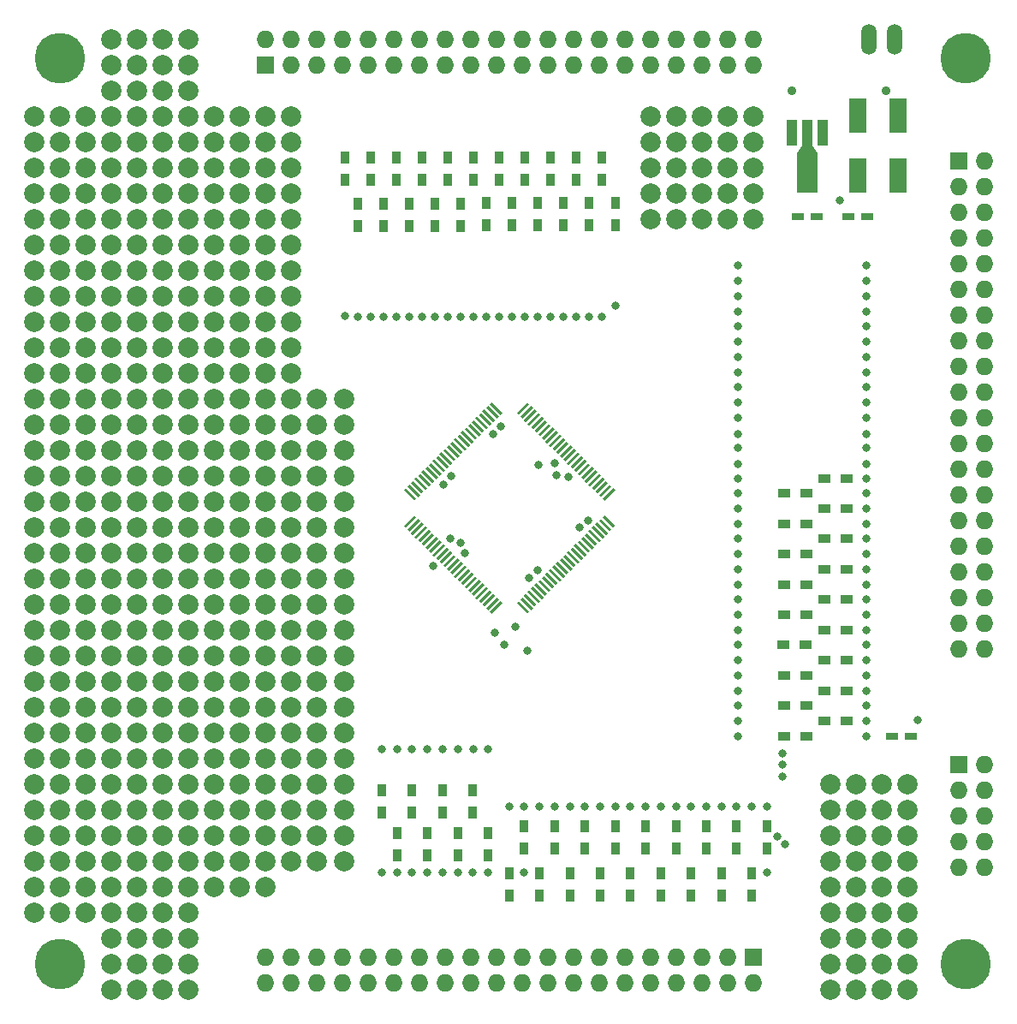
<source format=gts>
G04 #@! TF.FileFunction,Soldermask,Top*
%FSLAX46Y46*%
G04 Gerber Fmt 4.6, Leading zero omitted, Abs format (unit mm)*
G04 Created by KiCad (PCBNEW 4.0.2-stable) date 29-4-2016 14:39:48*
%MOMM*%
G01*
G04 APERTURE LIST*
%ADD10C,0.150000*%
%ADD11C,2.000000*%
%ADD12C,5.000000*%
%ADD13R,1.727200X1.727200*%
%ADD14O,1.727200X1.727200*%
%ADD15O,1.506220X3.014980*%
%ADD16R,1.000760X2.501900*%
%ADD17R,1.998980X4.000500*%
%ADD18R,1.800860X3.500120*%
%ADD19R,1.200000X0.750000*%
%ADD20R,0.900000X1.200000*%
%ADD21R,1.200000X0.900000*%
%ADD22C,0.800000*%
%ADD23C,0.889000*%
G04 APERTURE END LIST*
D10*
D11*
X74295000Y-145415000D03*
X74295000Y-147955000D03*
X74295000Y-150495000D03*
X74295000Y-155575000D03*
X74295000Y-153035000D03*
X74295000Y-158115000D03*
X74295000Y-160655000D03*
X74295000Y-163195000D03*
X74295000Y-165735000D03*
X74295000Y-168275000D03*
X74295000Y-170815000D03*
X76835000Y-173355000D03*
X79495000Y-173395000D03*
X79495000Y-175935000D03*
X79495000Y-178475000D03*
X79495000Y-181015000D03*
X79495000Y-183555000D03*
X79495000Y-186095000D03*
X79495000Y-188635000D03*
X79495000Y-191175000D03*
X79495000Y-193715000D03*
X79495000Y-196255000D03*
X79495000Y-198795000D03*
X79495000Y-201335000D03*
X79495000Y-203875000D03*
X79495000Y-206415000D03*
X79495000Y-208955000D03*
X79495000Y-211495000D03*
X79495000Y-214035000D03*
X79495000Y-216575000D03*
X79495000Y-219115000D03*
X120015000Y-145415000D03*
X120015000Y-147955000D03*
X120015000Y-150495000D03*
X120015000Y-153035000D03*
X109855000Y-155575000D03*
X109855000Y-153035000D03*
X109855000Y-150495000D03*
X109855000Y-147955000D03*
X109855000Y-145415000D03*
X48895000Y-145415000D03*
X48895000Y-147955000D03*
X48895000Y-150495000D03*
X48895000Y-153035000D03*
X48895000Y-155575000D03*
X48895000Y-158115000D03*
X48895000Y-160655000D03*
X48895000Y-163195000D03*
X48895000Y-165735000D03*
X48895000Y-168275000D03*
X48895000Y-170815000D03*
X48895000Y-173355000D03*
X48895000Y-175895000D03*
X48895000Y-178435000D03*
X48895000Y-180975000D03*
X48895000Y-183515000D03*
X48895000Y-186055000D03*
X48895000Y-188595000D03*
X48895000Y-191135000D03*
X48895000Y-193675000D03*
X48895000Y-196215000D03*
X48895000Y-198755000D03*
X48895000Y-201295000D03*
X48895000Y-203835000D03*
X48895000Y-206375000D03*
X48895000Y-208915000D03*
X48895000Y-211455000D03*
X48895000Y-213995000D03*
X48895000Y-216535000D03*
X48895000Y-219075000D03*
X48895000Y-221615000D03*
X48895000Y-224155000D03*
X135255000Y-211455000D03*
X132715000Y-211455000D03*
X130175000Y-211455000D03*
X135255000Y-231775000D03*
X132715000Y-231775000D03*
X130175000Y-231775000D03*
X132715000Y-224155000D03*
X132715000Y-226695000D03*
X132715000Y-229235000D03*
X130175000Y-229235000D03*
X130175000Y-226695000D03*
X130175000Y-224155000D03*
X130175000Y-221615000D03*
X132715000Y-221615000D03*
X135255000Y-221615000D03*
X135255000Y-224155000D03*
X135255000Y-226695000D03*
X135255000Y-229235000D03*
X127635000Y-231775000D03*
X127635000Y-229235000D03*
X127635000Y-226695000D03*
X127635000Y-224155000D03*
X127635000Y-221615000D03*
X127635000Y-219075000D03*
X130175000Y-219075000D03*
X132715000Y-219075000D03*
X135255000Y-219075000D03*
X135255000Y-216535000D03*
X132715000Y-216535000D03*
X130175000Y-216535000D03*
X127635000Y-216535000D03*
X127635000Y-213995000D03*
X130175000Y-213995000D03*
X132715000Y-213995000D03*
X135255000Y-213995000D03*
X127635000Y-211455000D03*
X114935000Y-150495000D03*
X114935000Y-147955000D03*
X117475000Y-147955000D03*
X117475000Y-150495000D03*
X117475000Y-153035000D03*
X114935000Y-153035000D03*
X112395000Y-153035000D03*
X112395000Y-150495000D03*
X112395000Y-147955000D03*
X112395000Y-155575000D03*
X114935000Y-155575000D03*
X117475000Y-155575000D03*
X120015000Y-155575000D03*
X117475000Y-145415000D03*
X114935000Y-145415000D03*
X112395000Y-145415000D03*
X74295000Y-183515000D03*
X74295000Y-180975000D03*
X74295000Y-178435000D03*
X76835000Y-178435000D03*
X76835000Y-180975000D03*
X76835000Y-183515000D03*
X76835000Y-186055000D03*
X74295000Y-186055000D03*
X74295000Y-188595000D03*
X76835000Y-188595000D03*
X76835000Y-191135000D03*
X74295000Y-191135000D03*
X74295000Y-206375000D03*
X74295000Y-203835000D03*
X74295000Y-201295000D03*
X74295000Y-198755000D03*
X74295000Y-196215000D03*
X74295000Y-193675000D03*
X76835000Y-193675000D03*
X76835000Y-196215000D03*
X76835000Y-198755000D03*
X76835000Y-201295000D03*
X76835000Y-203835000D03*
X76835000Y-206375000D03*
X76835000Y-208915000D03*
X74295000Y-208915000D03*
X74295000Y-211455000D03*
X76835000Y-211455000D03*
X74295000Y-213995000D03*
X76835000Y-213995000D03*
X76835000Y-216535000D03*
X74295000Y-216535000D03*
X74295000Y-219075000D03*
X76835000Y-219075000D03*
X76835000Y-175895000D03*
X74295000Y-175895000D03*
X74295000Y-173355000D03*
X59055000Y-142875000D03*
X59055000Y-140335000D03*
X61595000Y-140335000D03*
X61595000Y-142875000D03*
X64135000Y-142875000D03*
X64135000Y-140335000D03*
X64135000Y-137795000D03*
X61595000Y-137795000D03*
X59055000Y-137795000D03*
X56515000Y-137795000D03*
X56515000Y-140335000D03*
X56515000Y-142875000D03*
X64135000Y-231775000D03*
X64135000Y-229235000D03*
X64135000Y-226695000D03*
X64135000Y-224155000D03*
D12*
X51435000Y-229235000D03*
D13*
X120015000Y-228600000D03*
D14*
X120015000Y-231140000D03*
X117475000Y-228600000D03*
X117475000Y-231140000D03*
X114935000Y-228600000D03*
X114935000Y-231140000D03*
X112395000Y-228600000D03*
X112395000Y-231140000D03*
X109855000Y-228600000D03*
X109855000Y-231140000D03*
X107315000Y-228600000D03*
X107315000Y-231140000D03*
X104775000Y-228600000D03*
X104775000Y-231140000D03*
X102235000Y-228600000D03*
X102235000Y-231140000D03*
X99695000Y-228600000D03*
X99695000Y-231140000D03*
X97155000Y-228600000D03*
X97155000Y-231140000D03*
X94615000Y-228600000D03*
X94615000Y-231140000D03*
X92075000Y-228600000D03*
X92075000Y-231140000D03*
X89535000Y-228600000D03*
X89535000Y-231140000D03*
X86995000Y-228600000D03*
X86995000Y-231140000D03*
X84455000Y-228600000D03*
X84455000Y-231140000D03*
X81915000Y-228600000D03*
X81915000Y-231140000D03*
X79375000Y-228600000D03*
X79375000Y-231140000D03*
X76835000Y-228600000D03*
X76835000Y-231140000D03*
X74295000Y-228600000D03*
X74295000Y-231140000D03*
X71755000Y-228600000D03*
X71755000Y-231140000D03*
D11*
X61595000Y-231775000D03*
X59055000Y-231775000D03*
X56515000Y-231775000D03*
X61595000Y-229235000D03*
X59055000Y-229235000D03*
X56515000Y-229235000D03*
X61595000Y-226695000D03*
X59055000Y-226695000D03*
X56515000Y-226695000D03*
X61595000Y-224155000D03*
X59055000Y-224155000D03*
X56515000Y-224155000D03*
X53975000Y-224155000D03*
X51435000Y-224155000D03*
X71755000Y-221615000D03*
X69215000Y-221615000D03*
X66675000Y-221615000D03*
X64135000Y-221615000D03*
X61595000Y-221615000D03*
X59055000Y-221615000D03*
X56515000Y-221615000D03*
X53975000Y-221615000D03*
X51435000Y-221615000D03*
X71755000Y-219075000D03*
X69215000Y-219075000D03*
X66675000Y-219075000D03*
X64135000Y-219075000D03*
X61595000Y-219075000D03*
X59055000Y-219075000D03*
X56515000Y-219075000D03*
X53975000Y-219075000D03*
X51435000Y-219075000D03*
X71755000Y-216535000D03*
X69215000Y-216535000D03*
X66675000Y-216535000D03*
X64135000Y-216535000D03*
X61595000Y-216535000D03*
X59055000Y-216535000D03*
X56515000Y-216535000D03*
X53975000Y-216535000D03*
X51435000Y-216535000D03*
X71755000Y-213995000D03*
X69215000Y-213995000D03*
X66675000Y-213995000D03*
X64135000Y-213995000D03*
X61595000Y-213995000D03*
X59055000Y-213995000D03*
X56515000Y-213995000D03*
X53975000Y-213995000D03*
X51435000Y-213995000D03*
X71755000Y-211455000D03*
X69215000Y-211455000D03*
X66675000Y-211455000D03*
X64135000Y-211455000D03*
X61595000Y-211455000D03*
X59055000Y-211455000D03*
X56515000Y-211455000D03*
X53975000Y-211455000D03*
X51435000Y-211455000D03*
X71755000Y-208915000D03*
X69215000Y-208915000D03*
X66675000Y-208915000D03*
X64135000Y-208915000D03*
X61595000Y-208915000D03*
X59055000Y-208915000D03*
X56515000Y-208915000D03*
X53975000Y-208915000D03*
X51435000Y-208915000D03*
X71755000Y-206375000D03*
X69215000Y-206375000D03*
X66675000Y-206375000D03*
X64135000Y-206375000D03*
X61595000Y-206375000D03*
X59055000Y-206375000D03*
X56515000Y-206375000D03*
X53975000Y-206375000D03*
X51435000Y-206375000D03*
X71755000Y-203835000D03*
X69215000Y-203835000D03*
X66675000Y-203835000D03*
X64135000Y-203835000D03*
X61595000Y-203835000D03*
X59055000Y-203835000D03*
X56515000Y-203835000D03*
X53975000Y-203835000D03*
X51435000Y-203835000D03*
X71755000Y-201295000D03*
X69215000Y-201295000D03*
X66675000Y-201295000D03*
X64135000Y-201295000D03*
X61595000Y-201295000D03*
X59055000Y-201295000D03*
X56515000Y-201295000D03*
X53975000Y-201295000D03*
X51435000Y-201295000D03*
X71755000Y-198755000D03*
X69215000Y-198755000D03*
X66675000Y-198755000D03*
X64135000Y-198755000D03*
X61595000Y-198755000D03*
X59055000Y-198755000D03*
X56515000Y-198755000D03*
X53975000Y-198755000D03*
X51435000Y-198755000D03*
X71755000Y-196215000D03*
X69215000Y-196215000D03*
X66675000Y-196215000D03*
X64135000Y-196215000D03*
X61595000Y-196215000D03*
X59055000Y-196215000D03*
X56515000Y-196215000D03*
X53975000Y-196215000D03*
X51435000Y-196215000D03*
X71755000Y-193675000D03*
X69215000Y-193675000D03*
X66675000Y-193675000D03*
X64135000Y-193675000D03*
X61595000Y-193675000D03*
X59055000Y-193675000D03*
X56515000Y-193675000D03*
X53975000Y-193675000D03*
X51435000Y-193675000D03*
X71755000Y-191135000D03*
X69215000Y-191135000D03*
X66675000Y-191135000D03*
X64135000Y-191135000D03*
X61595000Y-191135000D03*
X59055000Y-191135000D03*
X56515000Y-191135000D03*
X53975000Y-191135000D03*
X51435000Y-191135000D03*
X71755000Y-188595000D03*
X69215000Y-188595000D03*
X66675000Y-188595000D03*
X64135000Y-188595000D03*
X61595000Y-188595000D03*
X59055000Y-188595000D03*
X56515000Y-188595000D03*
X53975000Y-188595000D03*
X51435000Y-188595000D03*
X71755000Y-186055000D03*
X69215000Y-186055000D03*
X66675000Y-186055000D03*
X64135000Y-186055000D03*
X61595000Y-186055000D03*
X59055000Y-186055000D03*
X56515000Y-186055000D03*
X53975000Y-186055000D03*
X51435000Y-186055000D03*
X71755000Y-183515000D03*
X69215000Y-183515000D03*
X66675000Y-183515000D03*
X64135000Y-183515000D03*
X61595000Y-183515000D03*
X59055000Y-183515000D03*
X56515000Y-183515000D03*
X53975000Y-183515000D03*
X51435000Y-183515000D03*
X71755000Y-180975000D03*
X69215000Y-180975000D03*
X66675000Y-180975000D03*
X64135000Y-180975000D03*
X61595000Y-180975000D03*
X59055000Y-180975000D03*
X56515000Y-180975000D03*
X53975000Y-180975000D03*
X51435000Y-180975000D03*
X71755000Y-178435000D03*
X69215000Y-178435000D03*
X66675000Y-178435000D03*
X64135000Y-178435000D03*
X61595000Y-178435000D03*
X59055000Y-178435000D03*
X56515000Y-178435000D03*
X53975000Y-178435000D03*
X51435000Y-178435000D03*
X71755000Y-175895000D03*
X69215000Y-175895000D03*
X66675000Y-175895000D03*
X64135000Y-175895000D03*
X61595000Y-175895000D03*
X59055000Y-175895000D03*
X56515000Y-175895000D03*
X53975000Y-175895000D03*
X51435000Y-175895000D03*
X71755000Y-173355000D03*
X69215000Y-173355000D03*
X66675000Y-173355000D03*
X64135000Y-173355000D03*
X61595000Y-173355000D03*
X59055000Y-173355000D03*
X56515000Y-173355000D03*
X53975000Y-173355000D03*
X51435000Y-173355000D03*
X71755000Y-170815000D03*
X69215000Y-170815000D03*
X66675000Y-170815000D03*
X64135000Y-170815000D03*
X61595000Y-170815000D03*
X59055000Y-170815000D03*
X56515000Y-170815000D03*
X53975000Y-170815000D03*
X51435000Y-170815000D03*
X71755000Y-168275000D03*
X69215000Y-168275000D03*
X66675000Y-168275000D03*
X64135000Y-168275000D03*
X61595000Y-168275000D03*
X59055000Y-168275000D03*
X56515000Y-168275000D03*
X53975000Y-168275000D03*
X51435000Y-168275000D03*
X71755000Y-165735000D03*
X69215000Y-165735000D03*
X66675000Y-165735000D03*
X64135000Y-165735000D03*
X61595000Y-165735000D03*
X59055000Y-165735000D03*
X56515000Y-165735000D03*
X53975000Y-165735000D03*
X51435000Y-165735000D03*
X71755000Y-163195000D03*
X69215000Y-163195000D03*
X66675000Y-163195000D03*
X64135000Y-163195000D03*
X61595000Y-163195000D03*
X59055000Y-163195000D03*
X56515000Y-163195000D03*
X53975000Y-163195000D03*
X51435000Y-163195000D03*
X71755000Y-160655000D03*
X69215000Y-160655000D03*
X66675000Y-160655000D03*
X64135000Y-160655000D03*
X61595000Y-160655000D03*
X59055000Y-160655000D03*
X56515000Y-160655000D03*
X53975000Y-160655000D03*
X51435000Y-160655000D03*
X71755000Y-158115000D03*
X69215000Y-158115000D03*
X66675000Y-158115000D03*
X64135000Y-158115000D03*
X61595000Y-158115000D03*
X59055000Y-158115000D03*
X56515000Y-158115000D03*
X53975000Y-158115000D03*
X51435000Y-158115000D03*
X71755000Y-155575000D03*
X69215000Y-155575000D03*
X66675000Y-155575000D03*
X64135000Y-155575000D03*
X61595000Y-155575000D03*
X59055000Y-155575000D03*
X56515000Y-155575000D03*
X53975000Y-155575000D03*
X51435000Y-155575000D03*
X71755000Y-153035000D03*
X69215000Y-153035000D03*
X66675000Y-153035000D03*
X64135000Y-153035000D03*
X61595000Y-153035000D03*
X59055000Y-153035000D03*
X56515000Y-153035000D03*
X53975000Y-153035000D03*
X51435000Y-153035000D03*
X71755000Y-150495000D03*
X69215000Y-150495000D03*
X66675000Y-150495000D03*
X64135000Y-150495000D03*
X61595000Y-150495000D03*
X59055000Y-150495000D03*
X56515000Y-150495000D03*
X53975000Y-150495000D03*
X51435000Y-150495000D03*
X71755000Y-147955000D03*
X69215000Y-147955000D03*
X66675000Y-147955000D03*
X64135000Y-147955000D03*
X61595000Y-147955000D03*
X59055000Y-147955000D03*
X56515000Y-147955000D03*
X53975000Y-147955000D03*
X51435000Y-147955000D03*
X71755000Y-145415000D03*
X69215000Y-145415000D03*
X66675000Y-145415000D03*
X64135000Y-145415000D03*
X61595000Y-145415000D03*
X59055000Y-145415000D03*
X56515000Y-145415000D03*
X53975000Y-145415000D03*
X51435000Y-145415000D03*
D12*
X140970000Y-139700000D03*
X51435000Y-139700000D03*
X140970000Y-229235000D03*
D15*
X131445000Y-137795000D03*
X133985000Y-137795000D03*
D13*
X140335000Y-209550000D03*
D14*
X142875000Y-209550000D03*
X140335000Y-212090000D03*
X142875000Y-212090000D03*
X140335000Y-214630000D03*
X142875000Y-214630000D03*
X140335000Y-217170000D03*
X142875000Y-217170000D03*
X140335000Y-219710000D03*
X142875000Y-219710000D03*
D10*
G36*
X85624881Y-186122828D02*
X85426891Y-185924838D01*
X86487551Y-184864178D01*
X86685541Y-185062168D01*
X85624881Y-186122828D01*
X85624881Y-186122828D01*
G37*
G36*
X85978434Y-186476381D02*
X85780444Y-186278391D01*
X86841104Y-185217731D01*
X87039094Y-185415721D01*
X85978434Y-186476381D01*
X85978434Y-186476381D01*
G37*
G36*
X86331988Y-186829935D02*
X86133998Y-186631945D01*
X87194658Y-185571285D01*
X87392648Y-185769275D01*
X86331988Y-186829935D01*
X86331988Y-186829935D01*
G37*
G36*
X86685541Y-187183488D02*
X86487551Y-186985498D01*
X87548211Y-185924838D01*
X87746201Y-186122828D01*
X86685541Y-187183488D01*
X86685541Y-187183488D01*
G37*
G36*
X87039094Y-187537041D02*
X86841104Y-187339051D01*
X87901764Y-186278391D01*
X88099754Y-186476381D01*
X87039094Y-187537041D01*
X87039094Y-187537041D01*
G37*
G36*
X87392648Y-187890595D02*
X87194658Y-187692605D01*
X88255318Y-186631945D01*
X88453308Y-186829935D01*
X87392648Y-187890595D01*
X87392648Y-187890595D01*
G37*
G36*
X87746201Y-188244148D02*
X87548211Y-188046158D01*
X88608871Y-186985498D01*
X88806861Y-187183488D01*
X87746201Y-188244148D01*
X87746201Y-188244148D01*
G37*
G36*
X88099754Y-188597702D02*
X87901764Y-188399712D01*
X88962424Y-187339052D01*
X89160414Y-187537042D01*
X88099754Y-188597702D01*
X88099754Y-188597702D01*
G37*
G36*
X88453308Y-188951255D02*
X88255318Y-188753265D01*
X89315978Y-187692605D01*
X89513968Y-187890595D01*
X88453308Y-188951255D01*
X88453308Y-188951255D01*
G37*
G36*
X88806861Y-189304808D02*
X88608871Y-189106818D01*
X89669531Y-188046158D01*
X89867521Y-188244148D01*
X88806861Y-189304808D01*
X88806861Y-189304808D01*
G37*
G36*
X89160415Y-189658362D02*
X88962425Y-189460372D01*
X90023085Y-188399712D01*
X90221075Y-188597702D01*
X89160415Y-189658362D01*
X89160415Y-189658362D01*
G37*
G36*
X89513968Y-190011915D02*
X89315978Y-189813925D01*
X90376638Y-188753265D01*
X90574628Y-188951255D01*
X89513968Y-190011915D01*
X89513968Y-190011915D01*
G37*
G36*
X89867521Y-190365469D02*
X89669531Y-190167479D01*
X90730191Y-189106819D01*
X90928181Y-189304809D01*
X89867521Y-190365469D01*
X89867521Y-190365469D01*
G37*
G36*
X90221075Y-190719022D02*
X90023085Y-190521032D01*
X91083745Y-189460372D01*
X91281735Y-189658362D01*
X90221075Y-190719022D01*
X90221075Y-190719022D01*
G37*
G36*
X90574628Y-191072575D02*
X90376638Y-190874585D01*
X91437298Y-189813925D01*
X91635288Y-190011915D01*
X90574628Y-191072575D01*
X90574628Y-191072575D01*
G37*
G36*
X90928182Y-191426129D02*
X90730192Y-191228139D01*
X91790852Y-190167479D01*
X91988842Y-190365469D01*
X90928182Y-191426129D01*
X90928182Y-191426129D01*
G37*
G36*
X91281735Y-191779682D02*
X91083745Y-191581692D01*
X92144405Y-190521032D01*
X92342395Y-190719022D01*
X91281735Y-191779682D01*
X91281735Y-191779682D01*
G37*
G36*
X91635288Y-192133236D02*
X91437298Y-191935246D01*
X92497958Y-190874586D01*
X92695948Y-191072576D01*
X91635288Y-192133236D01*
X91635288Y-192133236D01*
G37*
G36*
X91988842Y-192486789D02*
X91790852Y-192288799D01*
X92851512Y-191228139D01*
X93049502Y-191426129D01*
X91988842Y-192486789D01*
X91988842Y-192486789D01*
G37*
G36*
X92342395Y-192840342D02*
X92144405Y-192642352D01*
X93205065Y-191581692D01*
X93403055Y-191779682D01*
X92342395Y-192840342D01*
X92342395Y-192840342D01*
G37*
G36*
X92695949Y-193193896D02*
X92497959Y-192995906D01*
X93558619Y-191935246D01*
X93756609Y-192133236D01*
X92695949Y-193193896D01*
X92695949Y-193193896D01*
G37*
G36*
X93049502Y-193547449D02*
X92851512Y-193349459D01*
X93912172Y-192288799D01*
X94110162Y-192486789D01*
X93049502Y-193547449D01*
X93049502Y-193547449D01*
G37*
G36*
X93403055Y-193901002D02*
X93205065Y-193703012D01*
X94265725Y-192642352D01*
X94463715Y-192840342D01*
X93403055Y-193901002D01*
X93403055Y-193901002D01*
G37*
G36*
X93756609Y-194254556D02*
X93558619Y-194056566D01*
X94619279Y-192995906D01*
X94817269Y-193193896D01*
X93756609Y-194254556D01*
X93756609Y-194254556D01*
G37*
G36*
X94110162Y-194608109D02*
X93912172Y-194410119D01*
X94972832Y-193349459D01*
X95170822Y-193547449D01*
X94110162Y-194608109D01*
X94110162Y-194608109D01*
G37*
G36*
X97857828Y-194410119D02*
X97659838Y-194608109D01*
X96599178Y-193547449D01*
X96797168Y-193349459D01*
X97857828Y-194410119D01*
X97857828Y-194410119D01*
G37*
G36*
X98211381Y-194056566D02*
X98013391Y-194254556D01*
X96952731Y-193193896D01*
X97150721Y-192995906D01*
X98211381Y-194056566D01*
X98211381Y-194056566D01*
G37*
G36*
X98564935Y-193703012D02*
X98366945Y-193901002D01*
X97306285Y-192840342D01*
X97504275Y-192642352D01*
X98564935Y-193703012D01*
X98564935Y-193703012D01*
G37*
G36*
X98918488Y-193349459D02*
X98720498Y-193547449D01*
X97659838Y-192486789D01*
X97857828Y-192288799D01*
X98918488Y-193349459D01*
X98918488Y-193349459D01*
G37*
G36*
X99272041Y-192995906D02*
X99074051Y-193193896D01*
X98013391Y-192133236D01*
X98211381Y-191935246D01*
X99272041Y-192995906D01*
X99272041Y-192995906D01*
G37*
G36*
X99625595Y-192642352D02*
X99427605Y-192840342D01*
X98366945Y-191779682D01*
X98564935Y-191581692D01*
X99625595Y-192642352D01*
X99625595Y-192642352D01*
G37*
G36*
X99979148Y-192288799D02*
X99781158Y-192486789D01*
X98720498Y-191426129D01*
X98918488Y-191228139D01*
X99979148Y-192288799D01*
X99979148Y-192288799D01*
G37*
G36*
X100332702Y-191935246D02*
X100134712Y-192133236D01*
X99074052Y-191072576D01*
X99272042Y-190874586D01*
X100332702Y-191935246D01*
X100332702Y-191935246D01*
G37*
G36*
X100686255Y-191581692D02*
X100488265Y-191779682D01*
X99427605Y-190719022D01*
X99625595Y-190521032D01*
X100686255Y-191581692D01*
X100686255Y-191581692D01*
G37*
G36*
X101039808Y-191228139D02*
X100841818Y-191426129D01*
X99781158Y-190365469D01*
X99979148Y-190167479D01*
X101039808Y-191228139D01*
X101039808Y-191228139D01*
G37*
G36*
X101393362Y-190874585D02*
X101195372Y-191072575D01*
X100134712Y-190011915D01*
X100332702Y-189813925D01*
X101393362Y-190874585D01*
X101393362Y-190874585D01*
G37*
G36*
X101746915Y-190521032D02*
X101548925Y-190719022D01*
X100488265Y-189658362D01*
X100686255Y-189460372D01*
X101746915Y-190521032D01*
X101746915Y-190521032D01*
G37*
G36*
X102100469Y-190167479D02*
X101902479Y-190365469D01*
X100841819Y-189304809D01*
X101039809Y-189106819D01*
X102100469Y-190167479D01*
X102100469Y-190167479D01*
G37*
G36*
X102454022Y-189813925D02*
X102256032Y-190011915D01*
X101195372Y-188951255D01*
X101393362Y-188753265D01*
X102454022Y-189813925D01*
X102454022Y-189813925D01*
G37*
G36*
X102807575Y-189460372D02*
X102609585Y-189658362D01*
X101548925Y-188597702D01*
X101746915Y-188399712D01*
X102807575Y-189460372D01*
X102807575Y-189460372D01*
G37*
G36*
X103161129Y-189106818D02*
X102963139Y-189304808D01*
X101902479Y-188244148D01*
X102100469Y-188046158D01*
X103161129Y-189106818D01*
X103161129Y-189106818D01*
G37*
G36*
X103514682Y-188753265D02*
X103316692Y-188951255D01*
X102256032Y-187890595D01*
X102454022Y-187692605D01*
X103514682Y-188753265D01*
X103514682Y-188753265D01*
G37*
G36*
X103868236Y-188399712D02*
X103670246Y-188597702D01*
X102609586Y-187537042D01*
X102807576Y-187339052D01*
X103868236Y-188399712D01*
X103868236Y-188399712D01*
G37*
G36*
X104221789Y-188046158D02*
X104023799Y-188244148D01*
X102963139Y-187183488D01*
X103161129Y-186985498D01*
X104221789Y-188046158D01*
X104221789Y-188046158D01*
G37*
G36*
X104575342Y-187692605D02*
X104377352Y-187890595D01*
X103316692Y-186829935D01*
X103514682Y-186631945D01*
X104575342Y-187692605D01*
X104575342Y-187692605D01*
G37*
G36*
X104928896Y-187339051D02*
X104730906Y-187537041D01*
X103670246Y-186476381D01*
X103868236Y-186278391D01*
X104928896Y-187339051D01*
X104928896Y-187339051D01*
G37*
G36*
X105282449Y-186985498D02*
X105084459Y-187183488D01*
X104023799Y-186122828D01*
X104221789Y-185924838D01*
X105282449Y-186985498D01*
X105282449Y-186985498D01*
G37*
G36*
X105636002Y-186631945D02*
X105438012Y-186829935D01*
X104377352Y-185769275D01*
X104575342Y-185571285D01*
X105636002Y-186631945D01*
X105636002Y-186631945D01*
G37*
G36*
X105989556Y-186278391D02*
X105791566Y-186476381D01*
X104730906Y-185415721D01*
X104928896Y-185217731D01*
X105989556Y-186278391D01*
X105989556Y-186278391D01*
G37*
G36*
X106343109Y-185924838D02*
X106145119Y-186122828D01*
X105084459Y-185062168D01*
X105282449Y-184864178D01*
X106343109Y-185924838D01*
X106343109Y-185924838D01*
G37*
G36*
X105282449Y-183435822D02*
X105084459Y-183237832D01*
X106145119Y-182177172D01*
X106343109Y-182375162D01*
X105282449Y-183435822D01*
X105282449Y-183435822D01*
G37*
G36*
X104928896Y-183082269D02*
X104730906Y-182884279D01*
X105791566Y-181823619D01*
X105989556Y-182021609D01*
X104928896Y-183082269D01*
X104928896Y-183082269D01*
G37*
G36*
X104575342Y-182728715D02*
X104377352Y-182530725D01*
X105438012Y-181470065D01*
X105636002Y-181668055D01*
X104575342Y-182728715D01*
X104575342Y-182728715D01*
G37*
G36*
X104221789Y-182375162D02*
X104023799Y-182177172D01*
X105084459Y-181116512D01*
X105282449Y-181314502D01*
X104221789Y-182375162D01*
X104221789Y-182375162D01*
G37*
G36*
X103868236Y-182021609D02*
X103670246Y-181823619D01*
X104730906Y-180762959D01*
X104928896Y-180960949D01*
X103868236Y-182021609D01*
X103868236Y-182021609D01*
G37*
G36*
X103514682Y-181668055D02*
X103316692Y-181470065D01*
X104377352Y-180409405D01*
X104575342Y-180607395D01*
X103514682Y-181668055D01*
X103514682Y-181668055D01*
G37*
G36*
X103161129Y-181314502D02*
X102963139Y-181116512D01*
X104023799Y-180055852D01*
X104221789Y-180253842D01*
X103161129Y-181314502D01*
X103161129Y-181314502D01*
G37*
G36*
X102807576Y-180960948D02*
X102609586Y-180762958D01*
X103670246Y-179702298D01*
X103868236Y-179900288D01*
X102807576Y-180960948D01*
X102807576Y-180960948D01*
G37*
G36*
X102454022Y-180607395D02*
X102256032Y-180409405D01*
X103316692Y-179348745D01*
X103514682Y-179546735D01*
X102454022Y-180607395D01*
X102454022Y-180607395D01*
G37*
G36*
X102100469Y-180253842D02*
X101902479Y-180055852D01*
X102963139Y-178995192D01*
X103161129Y-179193182D01*
X102100469Y-180253842D01*
X102100469Y-180253842D01*
G37*
G36*
X101746915Y-179900288D02*
X101548925Y-179702298D01*
X102609585Y-178641638D01*
X102807575Y-178839628D01*
X101746915Y-179900288D01*
X101746915Y-179900288D01*
G37*
G36*
X101393362Y-179546735D02*
X101195372Y-179348745D01*
X102256032Y-178288085D01*
X102454022Y-178486075D01*
X101393362Y-179546735D01*
X101393362Y-179546735D01*
G37*
G36*
X101039809Y-179193181D02*
X100841819Y-178995191D01*
X101902479Y-177934531D01*
X102100469Y-178132521D01*
X101039809Y-179193181D01*
X101039809Y-179193181D01*
G37*
G36*
X100686255Y-178839628D02*
X100488265Y-178641638D01*
X101548925Y-177580978D01*
X101746915Y-177778968D01*
X100686255Y-178839628D01*
X100686255Y-178839628D01*
G37*
G36*
X100332702Y-178486075D02*
X100134712Y-178288085D01*
X101195372Y-177227425D01*
X101393362Y-177425415D01*
X100332702Y-178486075D01*
X100332702Y-178486075D01*
G37*
G36*
X99979148Y-178132521D02*
X99781158Y-177934531D01*
X100841818Y-176873871D01*
X101039808Y-177071861D01*
X99979148Y-178132521D01*
X99979148Y-178132521D01*
G37*
G36*
X99625595Y-177778968D02*
X99427605Y-177580978D01*
X100488265Y-176520318D01*
X100686255Y-176718308D01*
X99625595Y-177778968D01*
X99625595Y-177778968D01*
G37*
G36*
X99272042Y-177425414D02*
X99074052Y-177227424D01*
X100134712Y-176166764D01*
X100332702Y-176364754D01*
X99272042Y-177425414D01*
X99272042Y-177425414D01*
G37*
G36*
X98918488Y-177071861D02*
X98720498Y-176873871D01*
X99781158Y-175813211D01*
X99979148Y-176011201D01*
X98918488Y-177071861D01*
X98918488Y-177071861D01*
G37*
G36*
X98564935Y-176718308D02*
X98366945Y-176520318D01*
X99427605Y-175459658D01*
X99625595Y-175657648D01*
X98564935Y-176718308D01*
X98564935Y-176718308D01*
G37*
G36*
X98211381Y-176364754D02*
X98013391Y-176166764D01*
X99074051Y-175106104D01*
X99272041Y-175304094D01*
X98211381Y-176364754D01*
X98211381Y-176364754D01*
G37*
G36*
X97857828Y-176011201D02*
X97659838Y-175813211D01*
X98720498Y-174752551D01*
X98918488Y-174950541D01*
X97857828Y-176011201D01*
X97857828Y-176011201D01*
G37*
G36*
X97504275Y-175657648D02*
X97306285Y-175459658D01*
X98366945Y-174398998D01*
X98564935Y-174596988D01*
X97504275Y-175657648D01*
X97504275Y-175657648D01*
G37*
G36*
X97150721Y-175304094D02*
X96952731Y-175106104D01*
X98013391Y-174045444D01*
X98211381Y-174243434D01*
X97150721Y-175304094D01*
X97150721Y-175304094D01*
G37*
G36*
X96797168Y-174950541D02*
X96599178Y-174752551D01*
X97659838Y-173691891D01*
X97857828Y-173889881D01*
X96797168Y-174950541D01*
X96797168Y-174950541D01*
G37*
G36*
X95170822Y-174752551D02*
X94972832Y-174950541D01*
X93912172Y-173889881D01*
X94110162Y-173691891D01*
X95170822Y-174752551D01*
X95170822Y-174752551D01*
G37*
G36*
X94817269Y-175106104D02*
X94619279Y-175304094D01*
X93558619Y-174243434D01*
X93756609Y-174045444D01*
X94817269Y-175106104D01*
X94817269Y-175106104D01*
G37*
G36*
X94463715Y-175459658D02*
X94265725Y-175657648D01*
X93205065Y-174596988D01*
X93403055Y-174398998D01*
X94463715Y-175459658D01*
X94463715Y-175459658D01*
G37*
G36*
X94110162Y-175813211D02*
X93912172Y-176011201D01*
X92851512Y-174950541D01*
X93049502Y-174752551D01*
X94110162Y-175813211D01*
X94110162Y-175813211D01*
G37*
G36*
X93756609Y-176166764D02*
X93558619Y-176364754D01*
X92497959Y-175304094D01*
X92695949Y-175106104D01*
X93756609Y-176166764D01*
X93756609Y-176166764D01*
G37*
G36*
X93403055Y-176520318D02*
X93205065Y-176718308D01*
X92144405Y-175657648D01*
X92342395Y-175459658D01*
X93403055Y-176520318D01*
X93403055Y-176520318D01*
G37*
G36*
X93049502Y-176873871D02*
X92851512Y-177071861D01*
X91790852Y-176011201D01*
X91988842Y-175813211D01*
X93049502Y-176873871D01*
X93049502Y-176873871D01*
G37*
G36*
X92695948Y-177227424D02*
X92497958Y-177425414D01*
X91437298Y-176364754D01*
X91635288Y-176166764D01*
X92695948Y-177227424D01*
X92695948Y-177227424D01*
G37*
G36*
X92342395Y-177580978D02*
X92144405Y-177778968D01*
X91083745Y-176718308D01*
X91281735Y-176520318D01*
X92342395Y-177580978D01*
X92342395Y-177580978D01*
G37*
G36*
X91988842Y-177934531D02*
X91790852Y-178132521D01*
X90730192Y-177071861D01*
X90928182Y-176873871D01*
X91988842Y-177934531D01*
X91988842Y-177934531D01*
G37*
G36*
X91635288Y-178288085D02*
X91437298Y-178486075D01*
X90376638Y-177425415D01*
X90574628Y-177227425D01*
X91635288Y-178288085D01*
X91635288Y-178288085D01*
G37*
G36*
X91281735Y-178641638D02*
X91083745Y-178839628D01*
X90023085Y-177778968D01*
X90221075Y-177580978D01*
X91281735Y-178641638D01*
X91281735Y-178641638D01*
G37*
G36*
X90928181Y-178995191D02*
X90730191Y-179193181D01*
X89669531Y-178132521D01*
X89867521Y-177934531D01*
X90928181Y-178995191D01*
X90928181Y-178995191D01*
G37*
G36*
X90574628Y-179348745D02*
X90376638Y-179546735D01*
X89315978Y-178486075D01*
X89513968Y-178288085D01*
X90574628Y-179348745D01*
X90574628Y-179348745D01*
G37*
G36*
X90221075Y-179702298D02*
X90023085Y-179900288D01*
X88962425Y-178839628D01*
X89160415Y-178641638D01*
X90221075Y-179702298D01*
X90221075Y-179702298D01*
G37*
G36*
X89867521Y-180055852D02*
X89669531Y-180253842D01*
X88608871Y-179193182D01*
X88806861Y-178995192D01*
X89867521Y-180055852D01*
X89867521Y-180055852D01*
G37*
G36*
X89513968Y-180409405D02*
X89315978Y-180607395D01*
X88255318Y-179546735D01*
X88453308Y-179348745D01*
X89513968Y-180409405D01*
X89513968Y-180409405D01*
G37*
G36*
X89160414Y-180762958D02*
X88962424Y-180960948D01*
X87901764Y-179900288D01*
X88099754Y-179702298D01*
X89160414Y-180762958D01*
X89160414Y-180762958D01*
G37*
G36*
X88806861Y-181116512D02*
X88608871Y-181314502D01*
X87548211Y-180253842D01*
X87746201Y-180055852D01*
X88806861Y-181116512D01*
X88806861Y-181116512D01*
G37*
G36*
X88453308Y-181470065D02*
X88255318Y-181668055D01*
X87194658Y-180607395D01*
X87392648Y-180409405D01*
X88453308Y-181470065D01*
X88453308Y-181470065D01*
G37*
G36*
X88099754Y-181823619D02*
X87901764Y-182021609D01*
X86841104Y-180960949D01*
X87039094Y-180762959D01*
X88099754Y-181823619D01*
X88099754Y-181823619D01*
G37*
G36*
X87746201Y-182177172D02*
X87548211Y-182375162D01*
X86487551Y-181314502D01*
X86685541Y-181116512D01*
X87746201Y-182177172D01*
X87746201Y-182177172D01*
G37*
G36*
X87392648Y-182530725D02*
X87194658Y-182728715D01*
X86133998Y-181668055D01*
X86331988Y-181470065D01*
X87392648Y-182530725D01*
X87392648Y-182530725D01*
G37*
G36*
X87039094Y-182884279D02*
X86841104Y-183082269D01*
X85780444Y-182021609D01*
X85978434Y-181823619D01*
X87039094Y-182884279D01*
X87039094Y-182884279D01*
G37*
G36*
X86685541Y-183237832D02*
X86487551Y-183435822D01*
X85426891Y-182375162D01*
X85624881Y-182177172D01*
X86685541Y-183237832D01*
X86685541Y-183237832D01*
G37*
D16*
X126856140Y-147062960D03*
X125355000Y-147062960D03*
X123853860Y-147062960D03*
D17*
X125355000Y-151015200D03*
D10*
G36*
X124354240Y-149040350D02*
X124854620Y-148291050D01*
X125855380Y-148291050D01*
X126355760Y-149040350D01*
X124354240Y-149040350D01*
X124354240Y-149040350D01*
G37*
D18*
X134355000Y-151314740D03*
X134355000Y-145315260D03*
D19*
X124405000Y-155315000D03*
X126305000Y-155315000D03*
X129405000Y-155315000D03*
X131305000Y-155315000D03*
D18*
X130355000Y-151314740D03*
X130355000Y-145315260D03*
D13*
X71755000Y-140335000D03*
D14*
X71755000Y-137795000D03*
X74295000Y-140335000D03*
X74295000Y-137795000D03*
X76835000Y-140335000D03*
X76835000Y-137795000D03*
X79375000Y-140335000D03*
X79375000Y-137795000D03*
X81915000Y-140335000D03*
X81915000Y-137795000D03*
X84455000Y-140335000D03*
X84455000Y-137795000D03*
X86995000Y-140335000D03*
X86995000Y-137795000D03*
X89535000Y-140335000D03*
X89535000Y-137795000D03*
X92075000Y-140335000D03*
X92075000Y-137795000D03*
X94615000Y-140335000D03*
X94615000Y-137795000D03*
X97155000Y-140335000D03*
X97155000Y-137795000D03*
X99695000Y-140335000D03*
X99695000Y-137795000D03*
X102235000Y-140335000D03*
X102235000Y-137795000D03*
X104775000Y-140335000D03*
X104775000Y-137795000D03*
X107315000Y-140335000D03*
X107315000Y-137795000D03*
X109855000Y-140335000D03*
X109855000Y-137795000D03*
X112395000Y-140335000D03*
X112395000Y-137795000D03*
X114935000Y-140335000D03*
X114935000Y-137795000D03*
X117475000Y-140335000D03*
X117475000Y-137795000D03*
X120015000Y-140335000D03*
X120015000Y-137795000D03*
D13*
X140335000Y-149860000D03*
D14*
X142875000Y-149860000D03*
X140335000Y-152400000D03*
X142875000Y-152400000D03*
X140335000Y-154940000D03*
X142875000Y-154940000D03*
X140335000Y-157480000D03*
X142875000Y-157480000D03*
X140335000Y-160020000D03*
X142875000Y-160020000D03*
X140335000Y-162560000D03*
X142875000Y-162560000D03*
X140335000Y-165100000D03*
X142875000Y-165100000D03*
X140335000Y-167640000D03*
X142875000Y-167640000D03*
X140335000Y-170180000D03*
X142875000Y-170180000D03*
X140335000Y-172720000D03*
X142875000Y-172720000D03*
X140335000Y-175260000D03*
X142875000Y-175260000D03*
X140335000Y-177800000D03*
X142875000Y-177800000D03*
X140335000Y-180340000D03*
X142875000Y-180340000D03*
X140335000Y-182880000D03*
X142875000Y-182880000D03*
X140335000Y-185420000D03*
X142875000Y-185420000D03*
X140335000Y-187960000D03*
X142875000Y-187960000D03*
X140335000Y-190500000D03*
X142875000Y-190500000D03*
X140335000Y-193040000D03*
X142875000Y-193040000D03*
X140335000Y-195580000D03*
X142875000Y-195580000D03*
X140335000Y-198120000D03*
X142875000Y-198120000D03*
D20*
X103775000Y-156175000D03*
X103775000Y-153975000D03*
X102505000Y-151730000D03*
X102505000Y-149530000D03*
X101235000Y-156175000D03*
X101235000Y-153975000D03*
X99965000Y-151730000D03*
X99965000Y-149530000D03*
X98695000Y-156175000D03*
X98695000Y-153975000D03*
X97425000Y-151730000D03*
X97425000Y-149530000D03*
X96155000Y-156175000D03*
X96155000Y-153975000D03*
X94885000Y-151730000D03*
X94885000Y-149530000D03*
X93615000Y-156175000D03*
X93615000Y-153975000D03*
X92345000Y-151730000D03*
X92345000Y-149530000D03*
X91075000Y-156310000D03*
X91075000Y-154110000D03*
X89805000Y-151730000D03*
X89805000Y-149530000D03*
X88535000Y-156310000D03*
X88535000Y-154110000D03*
X87265000Y-151730000D03*
X87265000Y-149530000D03*
X85995000Y-156310000D03*
X85995000Y-154110000D03*
X84725000Y-151730000D03*
X84725000Y-149530000D03*
X83455000Y-156310000D03*
X83455000Y-154110000D03*
X82185000Y-151730000D03*
X82185000Y-149530000D03*
X80915000Y-156310000D03*
X80915000Y-154110000D03*
X79645000Y-151730000D03*
X79645000Y-149530000D03*
D21*
X123055000Y-206715000D03*
X125255000Y-206715000D03*
X127055000Y-205215000D03*
X129255000Y-205215000D03*
X123055000Y-203715000D03*
X125255000Y-203715000D03*
X127055000Y-202215000D03*
X129255000Y-202215000D03*
X123055000Y-200715000D03*
X125255000Y-200715000D03*
X127055000Y-199215000D03*
X129255000Y-199215000D03*
X122955000Y-197715000D03*
X125155000Y-197715000D03*
X127055000Y-196215000D03*
X129255000Y-196215000D03*
X123055000Y-194715000D03*
X125255000Y-194715000D03*
X127055000Y-193215000D03*
X129255000Y-193215000D03*
X123055000Y-191715000D03*
X125255000Y-191715000D03*
X127055000Y-190215000D03*
X129255000Y-190215000D03*
X123055000Y-188715000D03*
X125255000Y-188715000D03*
X129255000Y-187215000D03*
X127055000Y-187215000D03*
X125255000Y-185715000D03*
X123055000Y-185715000D03*
X129255000Y-184215000D03*
X127055000Y-184215000D03*
X125255000Y-182715000D03*
X123055000Y-182715000D03*
X129255000Y-181215000D03*
X127055000Y-181215000D03*
D20*
X83255000Y-212115000D03*
X83255000Y-214315000D03*
X84755000Y-218515000D03*
X84755000Y-216315000D03*
X86255000Y-214315000D03*
X86255000Y-212115000D03*
X87755000Y-218515000D03*
X87755000Y-216315000D03*
X89255000Y-214315000D03*
X89255000Y-212115000D03*
X90755000Y-218515000D03*
X90755000Y-216315000D03*
X92255000Y-214315000D03*
X92255000Y-212115000D03*
X93755000Y-218515000D03*
X93755000Y-216315000D03*
X95845000Y-222515000D03*
X95845000Y-220315000D03*
X97345000Y-217815000D03*
X97345000Y-215615000D03*
X98845000Y-222515000D03*
X98845000Y-220315000D03*
X100345000Y-217815000D03*
X100345000Y-215615000D03*
X101845000Y-222515000D03*
X101845000Y-220315000D03*
X103345000Y-217815000D03*
X103345000Y-215615000D03*
X104845000Y-222515000D03*
X104845000Y-220315000D03*
X106345000Y-217815000D03*
X106345000Y-215615000D03*
X107845000Y-222515000D03*
X107845000Y-220315000D03*
X109345000Y-217815000D03*
X109345000Y-215615000D03*
X110845000Y-222515000D03*
X110845000Y-220315000D03*
X112345000Y-217815000D03*
X112345000Y-215615000D03*
X113845000Y-220315000D03*
X113845000Y-222515000D03*
X115345000Y-215615000D03*
X115345000Y-217815000D03*
X116845000Y-220315000D03*
X116845000Y-222515000D03*
X118345000Y-215615000D03*
X118345000Y-217815000D03*
X119845000Y-220315000D03*
X119845000Y-222515000D03*
X121345000Y-215615000D03*
X121345000Y-217815000D03*
X106355000Y-154015000D03*
X106355000Y-156215000D03*
X105055000Y-149515000D03*
X105055000Y-151715000D03*
D19*
X133705000Y-206715000D03*
X135605000Y-206715000D03*
D22*
X103655000Y-185415000D03*
X98655000Y-190315000D03*
X98755000Y-179915000D03*
X95055000Y-176115000D03*
X90155000Y-181015000D03*
X100555000Y-180915000D03*
X91055000Y-187615000D03*
X88355000Y-189915000D03*
D23*
X123855000Y-142915000D03*
X133095000Y-142875000D03*
D22*
X136255000Y-205115000D03*
X122855000Y-208415000D03*
X128555000Y-153715000D03*
X97845000Y-191055000D03*
X102795000Y-186115000D03*
X101745000Y-181115000D03*
X100345000Y-179695000D03*
X91445000Y-188595000D03*
X90025000Y-187185000D03*
X94245000Y-176855000D03*
X89315000Y-181815000D03*
X83255000Y-208015000D03*
X84755000Y-208015000D03*
X86255000Y-208015000D03*
X87755000Y-208015000D03*
X89255000Y-208015000D03*
X90755000Y-208015000D03*
X95845000Y-213715000D03*
X97345000Y-213715000D03*
X98845000Y-213715000D03*
X100345000Y-213715000D03*
X101845000Y-213715000D03*
X103345000Y-213715000D03*
X104845000Y-213715000D03*
X109345000Y-213715000D03*
X110845000Y-213715000D03*
X112345000Y-213715000D03*
X113845000Y-213715000D03*
X116845000Y-213715000D03*
X118345000Y-213715000D03*
X119845000Y-213715000D03*
X121345000Y-213715000D03*
X118455000Y-206715000D03*
X118455000Y-205215000D03*
X118455000Y-203715000D03*
X118455000Y-202215000D03*
X118455000Y-200715000D03*
X118455000Y-199215000D03*
X118455000Y-197715000D03*
X118455000Y-194715000D03*
X118455000Y-193215000D03*
X118455000Y-191715000D03*
X118455000Y-188715000D03*
X118455000Y-187215000D03*
X118455000Y-185715000D03*
X118455000Y-184215000D03*
X118455000Y-182715000D03*
X118455000Y-181215000D03*
X103775000Y-165215000D03*
X101235000Y-165215000D03*
X99965000Y-165215000D03*
X98695000Y-165215000D03*
X97425000Y-165215000D03*
X96155000Y-165215000D03*
X94885000Y-165215000D03*
X93615000Y-165215000D03*
X92345000Y-165215000D03*
X91075000Y-165215000D03*
X89805000Y-165215000D03*
X88535000Y-165215000D03*
X85995000Y-165215000D03*
X84725000Y-165215000D03*
X83455000Y-165215000D03*
X82185000Y-165215000D03*
X80915000Y-165215000D03*
X79645000Y-165195000D03*
X122855000Y-209515000D03*
X97655000Y-198315000D03*
X122855000Y-210715000D03*
X96455000Y-195915000D03*
X122355000Y-216615000D03*
X95355000Y-197715000D03*
X123155000Y-217415000D03*
X94455000Y-196515000D03*
X121355000Y-220215000D03*
X97355000Y-220215000D03*
X92355000Y-208015000D03*
X93755000Y-208015000D03*
X106345000Y-213715000D03*
X107845000Y-213715000D03*
X115345000Y-213715000D03*
X118455000Y-196215000D03*
X118455000Y-190215000D03*
X102505000Y-165215000D03*
X87265000Y-165215000D03*
X93755000Y-220215000D03*
X92255000Y-220215000D03*
X90755000Y-220215000D03*
X89255000Y-220215000D03*
X87755000Y-220215000D03*
X86255000Y-220215000D03*
X84755000Y-220215000D03*
X83255000Y-220215000D03*
X118455000Y-160215000D03*
X131155000Y-160215000D03*
X118455000Y-161715000D03*
X131155000Y-161715000D03*
X118455000Y-163215000D03*
X131155000Y-163215000D03*
X118455000Y-164715000D03*
X131155000Y-164715000D03*
X118455000Y-166215000D03*
X131155000Y-166215000D03*
X118455000Y-167715000D03*
X131155000Y-167715000D03*
X118455000Y-169215000D03*
X131155000Y-169215000D03*
X118455000Y-170715000D03*
X131155000Y-170715000D03*
X118455000Y-172215000D03*
X131155000Y-172215000D03*
X118455000Y-173715000D03*
X131155000Y-173715000D03*
X118455000Y-175215000D03*
X131155000Y-175215000D03*
X118455000Y-176815000D03*
X131155000Y-176815000D03*
X118455000Y-178215000D03*
X131155000Y-178215000D03*
X118455000Y-179815000D03*
X131155000Y-179815000D03*
X131155000Y-181215000D03*
X131155000Y-182715000D03*
X131155000Y-184215000D03*
X131155000Y-185715000D03*
X131155000Y-187215000D03*
X131155000Y-188715000D03*
X131155000Y-190215000D03*
X131155000Y-191715000D03*
X131155000Y-193215000D03*
X131155000Y-194715000D03*
X131155000Y-196215000D03*
X131155000Y-197715000D03*
X131155000Y-199215000D03*
X131155000Y-200715000D03*
X131155000Y-202215000D03*
X131155000Y-203715000D03*
X131155000Y-205215000D03*
X131155000Y-206715000D03*
X106355000Y-164155000D03*
X105055000Y-165215000D03*
M02*

</source>
